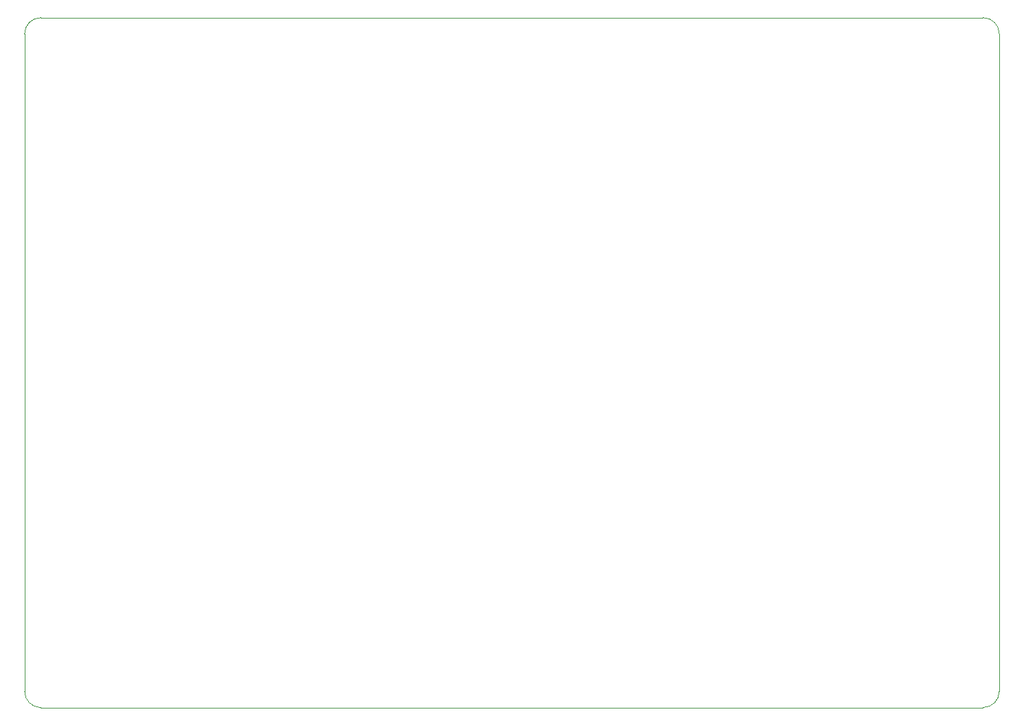
<source format=gbr>
%TF.GenerationSoftware,KiCad,Pcbnew,9.0.4*%
%TF.CreationDate,2026-01-13T22:45:17+05:30*%
%TF.ProjectId,Teensy4.1,5465656e-7379-4342-9e31-2e6b69636164,rev?*%
%TF.SameCoordinates,Original*%
%TF.FileFunction,Profile,NP*%
%FSLAX46Y46*%
G04 Gerber Fmt 4.6, Leading zero omitted, Abs format (unit mm)*
G04 Created by KiCad (PCBNEW 9.0.4) date 2026-01-13 22:45:17*
%MOMM*%
%LPD*%
G01*
G04 APERTURE LIST*
%TA.AperFunction,Profile*%
%ADD10C,0.050000*%
%TD*%
G04 APERTURE END LIST*
D10*
X110000000Y-138000000D02*
X110000000Y-57000000D01*
X228000000Y-55000000D02*
G75*
G02*
X230000000Y-57000000I0J-2000000D01*
G01*
X230000000Y-138000000D02*
G75*
G02*
X228000000Y-140000000I-2000000J0D01*
G01*
X110000000Y-57000000D02*
G75*
G02*
X112000000Y-55000000I2000000J0D01*
G01*
X112000000Y-55000000D02*
X228000000Y-55000000D01*
X230000000Y-57000000D02*
X230000000Y-138000000D01*
X228000000Y-140000000D02*
X112000000Y-140000000D01*
X112000000Y-140000000D02*
G75*
G02*
X110000000Y-138000000I0J2000000D01*
G01*
M02*

</source>
